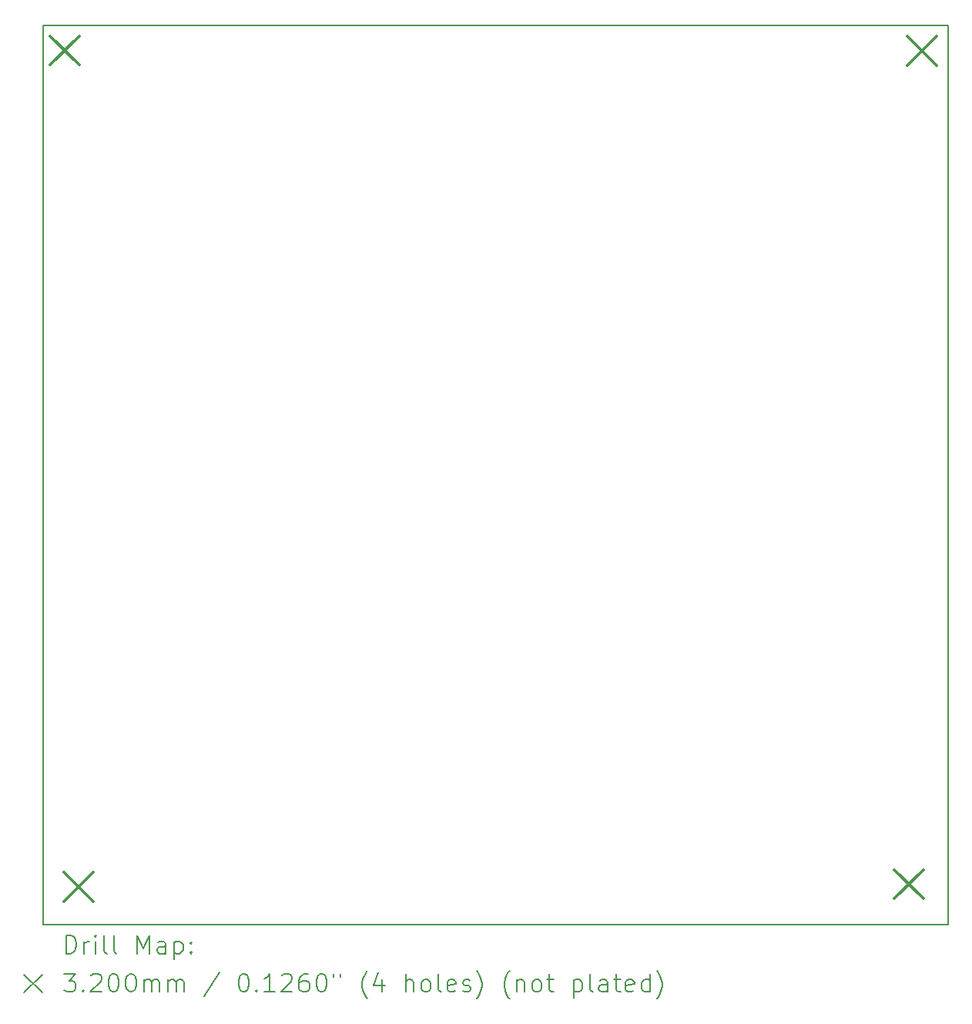
<source format=gbr>
%TF.GenerationSoftware,KiCad,Pcbnew,9.0.5*%
%TF.CreationDate,2025-12-14T12:46:48+10:00*%
%TF.ProjectId,Jet Ranger Upper Controller,4a657420-5261-46e6-9765-722055707065,rev?*%
%TF.SameCoordinates,Original*%
%TF.FileFunction,Drillmap*%
%TF.FilePolarity,Positive*%
%FSLAX45Y45*%
G04 Gerber Fmt 4.5, Leading zero omitted, Abs format (unit mm)*
G04 Created by KiCad (PCBNEW 9.0.5) date 2025-12-14 12:46:48*
%MOMM*%
%LPD*%
G01*
G04 APERTURE LIST*
%ADD10C,0.200000*%
%ADD11C,0.320000*%
G04 APERTURE END LIST*
D10*
X2996400Y-3621640D02*
X12946400Y-3621640D01*
X12946400Y-13501640D01*
X2996400Y-13501640D01*
X2996400Y-3621640D01*
D11*
X3070000Y-3740000D02*
X3390000Y-4060000D01*
X3390000Y-3740000D02*
X3070000Y-4060000D01*
X3225180Y-12932950D02*
X3545180Y-13252950D01*
X3545180Y-12932950D02*
X3225180Y-13252950D01*
X12350100Y-12901220D02*
X12670100Y-13221220D01*
X12670100Y-12901220D02*
X12350100Y-13221220D01*
X12498980Y-3743210D02*
X12818980Y-4063210D01*
X12818980Y-3743210D02*
X12498980Y-4063210D01*
D10*
X3247177Y-13823124D02*
X3247177Y-13623124D01*
X3247177Y-13623124D02*
X3294796Y-13623124D01*
X3294796Y-13623124D02*
X3323367Y-13632648D01*
X3323367Y-13632648D02*
X3342415Y-13651695D01*
X3342415Y-13651695D02*
X3351939Y-13670743D01*
X3351939Y-13670743D02*
X3361462Y-13708838D01*
X3361462Y-13708838D02*
X3361462Y-13737409D01*
X3361462Y-13737409D02*
X3351939Y-13775505D01*
X3351939Y-13775505D02*
X3342415Y-13794552D01*
X3342415Y-13794552D02*
X3323367Y-13813600D01*
X3323367Y-13813600D02*
X3294796Y-13823124D01*
X3294796Y-13823124D02*
X3247177Y-13823124D01*
X3447177Y-13823124D02*
X3447177Y-13689790D01*
X3447177Y-13727886D02*
X3456701Y-13708838D01*
X3456701Y-13708838D02*
X3466224Y-13699314D01*
X3466224Y-13699314D02*
X3485272Y-13689790D01*
X3485272Y-13689790D02*
X3504320Y-13689790D01*
X3570986Y-13823124D02*
X3570986Y-13689790D01*
X3570986Y-13623124D02*
X3561462Y-13632648D01*
X3561462Y-13632648D02*
X3570986Y-13642171D01*
X3570986Y-13642171D02*
X3580510Y-13632648D01*
X3580510Y-13632648D02*
X3570986Y-13623124D01*
X3570986Y-13623124D02*
X3570986Y-13642171D01*
X3694796Y-13823124D02*
X3675748Y-13813600D01*
X3675748Y-13813600D02*
X3666224Y-13794552D01*
X3666224Y-13794552D02*
X3666224Y-13623124D01*
X3799558Y-13823124D02*
X3780510Y-13813600D01*
X3780510Y-13813600D02*
X3770986Y-13794552D01*
X3770986Y-13794552D02*
X3770986Y-13623124D01*
X4028129Y-13823124D02*
X4028129Y-13623124D01*
X4028129Y-13623124D02*
X4094796Y-13765981D01*
X4094796Y-13765981D02*
X4161462Y-13623124D01*
X4161462Y-13623124D02*
X4161462Y-13823124D01*
X4342415Y-13823124D02*
X4342415Y-13718362D01*
X4342415Y-13718362D02*
X4332891Y-13699314D01*
X4332891Y-13699314D02*
X4313844Y-13689790D01*
X4313844Y-13689790D02*
X4275748Y-13689790D01*
X4275748Y-13689790D02*
X4256701Y-13699314D01*
X4342415Y-13813600D02*
X4323367Y-13823124D01*
X4323367Y-13823124D02*
X4275748Y-13823124D01*
X4275748Y-13823124D02*
X4256701Y-13813600D01*
X4256701Y-13813600D02*
X4247177Y-13794552D01*
X4247177Y-13794552D02*
X4247177Y-13775505D01*
X4247177Y-13775505D02*
X4256701Y-13756457D01*
X4256701Y-13756457D02*
X4275748Y-13746933D01*
X4275748Y-13746933D02*
X4323367Y-13746933D01*
X4323367Y-13746933D02*
X4342415Y-13737409D01*
X4437653Y-13689790D02*
X4437653Y-13889790D01*
X4437653Y-13699314D02*
X4456701Y-13689790D01*
X4456701Y-13689790D02*
X4494796Y-13689790D01*
X4494796Y-13689790D02*
X4513844Y-13699314D01*
X4513844Y-13699314D02*
X4523367Y-13708838D01*
X4523367Y-13708838D02*
X4532891Y-13727886D01*
X4532891Y-13727886D02*
X4532891Y-13785028D01*
X4532891Y-13785028D02*
X4523367Y-13804076D01*
X4523367Y-13804076D02*
X4513844Y-13813600D01*
X4513844Y-13813600D02*
X4494796Y-13823124D01*
X4494796Y-13823124D02*
X4456701Y-13823124D01*
X4456701Y-13823124D02*
X4437653Y-13813600D01*
X4618605Y-13804076D02*
X4628129Y-13813600D01*
X4628129Y-13813600D02*
X4618605Y-13823124D01*
X4618605Y-13823124D02*
X4609082Y-13813600D01*
X4609082Y-13813600D02*
X4618605Y-13804076D01*
X4618605Y-13804076D02*
X4618605Y-13823124D01*
X4618605Y-13699314D02*
X4628129Y-13708838D01*
X4628129Y-13708838D02*
X4618605Y-13718362D01*
X4618605Y-13718362D02*
X4609082Y-13708838D01*
X4609082Y-13708838D02*
X4618605Y-13699314D01*
X4618605Y-13699314D02*
X4618605Y-13718362D01*
X2786400Y-14051640D02*
X2986400Y-14251640D01*
X2986400Y-14051640D02*
X2786400Y-14251640D01*
X3228129Y-14043124D02*
X3351939Y-14043124D01*
X3351939Y-14043124D02*
X3285272Y-14119314D01*
X3285272Y-14119314D02*
X3313843Y-14119314D01*
X3313843Y-14119314D02*
X3332891Y-14128838D01*
X3332891Y-14128838D02*
X3342415Y-14138362D01*
X3342415Y-14138362D02*
X3351939Y-14157409D01*
X3351939Y-14157409D02*
X3351939Y-14205028D01*
X3351939Y-14205028D02*
X3342415Y-14224076D01*
X3342415Y-14224076D02*
X3332891Y-14233600D01*
X3332891Y-14233600D02*
X3313843Y-14243124D01*
X3313843Y-14243124D02*
X3256701Y-14243124D01*
X3256701Y-14243124D02*
X3237653Y-14233600D01*
X3237653Y-14233600D02*
X3228129Y-14224076D01*
X3437653Y-14224076D02*
X3447177Y-14233600D01*
X3447177Y-14233600D02*
X3437653Y-14243124D01*
X3437653Y-14243124D02*
X3428129Y-14233600D01*
X3428129Y-14233600D02*
X3437653Y-14224076D01*
X3437653Y-14224076D02*
X3437653Y-14243124D01*
X3523367Y-14062171D02*
X3532891Y-14052648D01*
X3532891Y-14052648D02*
X3551939Y-14043124D01*
X3551939Y-14043124D02*
X3599558Y-14043124D01*
X3599558Y-14043124D02*
X3618605Y-14052648D01*
X3618605Y-14052648D02*
X3628129Y-14062171D01*
X3628129Y-14062171D02*
X3637653Y-14081219D01*
X3637653Y-14081219D02*
X3637653Y-14100267D01*
X3637653Y-14100267D02*
X3628129Y-14128838D01*
X3628129Y-14128838D02*
X3513843Y-14243124D01*
X3513843Y-14243124D02*
X3637653Y-14243124D01*
X3761462Y-14043124D02*
X3780510Y-14043124D01*
X3780510Y-14043124D02*
X3799558Y-14052648D01*
X3799558Y-14052648D02*
X3809082Y-14062171D01*
X3809082Y-14062171D02*
X3818605Y-14081219D01*
X3818605Y-14081219D02*
X3828129Y-14119314D01*
X3828129Y-14119314D02*
X3828129Y-14166933D01*
X3828129Y-14166933D02*
X3818605Y-14205028D01*
X3818605Y-14205028D02*
X3809082Y-14224076D01*
X3809082Y-14224076D02*
X3799558Y-14233600D01*
X3799558Y-14233600D02*
X3780510Y-14243124D01*
X3780510Y-14243124D02*
X3761462Y-14243124D01*
X3761462Y-14243124D02*
X3742415Y-14233600D01*
X3742415Y-14233600D02*
X3732891Y-14224076D01*
X3732891Y-14224076D02*
X3723367Y-14205028D01*
X3723367Y-14205028D02*
X3713843Y-14166933D01*
X3713843Y-14166933D02*
X3713843Y-14119314D01*
X3713843Y-14119314D02*
X3723367Y-14081219D01*
X3723367Y-14081219D02*
X3732891Y-14062171D01*
X3732891Y-14062171D02*
X3742415Y-14052648D01*
X3742415Y-14052648D02*
X3761462Y-14043124D01*
X3951939Y-14043124D02*
X3970986Y-14043124D01*
X3970986Y-14043124D02*
X3990034Y-14052648D01*
X3990034Y-14052648D02*
X3999558Y-14062171D01*
X3999558Y-14062171D02*
X4009082Y-14081219D01*
X4009082Y-14081219D02*
X4018605Y-14119314D01*
X4018605Y-14119314D02*
X4018605Y-14166933D01*
X4018605Y-14166933D02*
X4009082Y-14205028D01*
X4009082Y-14205028D02*
X3999558Y-14224076D01*
X3999558Y-14224076D02*
X3990034Y-14233600D01*
X3990034Y-14233600D02*
X3970986Y-14243124D01*
X3970986Y-14243124D02*
X3951939Y-14243124D01*
X3951939Y-14243124D02*
X3932891Y-14233600D01*
X3932891Y-14233600D02*
X3923367Y-14224076D01*
X3923367Y-14224076D02*
X3913843Y-14205028D01*
X3913843Y-14205028D02*
X3904320Y-14166933D01*
X3904320Y-14166933D02*
X3904320Y-14119314D01*
X3904320Y-14119314D02*
X3913843Y-14081219D01*
X3913843Y-14081219D02*
X3923367Y-14062171D01*
X3923367Y-14062171D02*
X3932891Y-14052648D01*
X3932891Y-14052648D02*
X3951939Y-14043124D01*
X4104320Y-14243124D02*
X4104320Y-14109790D01*
X4104320Y-14128838D02*
X4113843Y-14119314D01*
X4113843Y-14119314D02*
X4132891Y-14109790D01*
X4132891Y-14109790D02*
X4161463Y-14109790D01*
X4161463Y-14109790D02*
X4180510Y-14119314D01*
X4180510Y-14119314D02*
X4190034Y-14138362D01*
X4190034Y-14138362D02*
X4190034Y-14243124D01*
X4190034Y-14138362D02*
X4199558Y-14119314D01*
X4199558Y-14119314D02*
X4218605Y-14109790D01*
X4218605Y-14109790D02*
X4247177Y-14109790D01*
X4247177Y-14109790D02*
X4266225Y-14119314D01*
X4266225Y-14119314D02*
X4275748Y-14138362D01*
X4275748Y-14138362D02*
X4275748Y-14243124D01*
X4370986Y-14243124D02*
X4370986Y-14109790D01*
X4370986Y-14128838D02*
X4380510Y-14119314D01*
X4380510Y-14119314D02*
X4399558Y-14109790D01*
X4399558Y-14109790D02*
X4428129Y-14109790D01*
X4428129Y-14109790D02*
X4447177Y-14119314D01*
X4447177Y-14119314D02*
X4456701Y-14138362D01*
X4456701Y-14138362D02*
X4456701Y-14243124D01*
X4456701Y-14138362D02*
X4466225Y-14119314D01*
X4466225Y-14119314D02*
X4485272Y-14109790D01*
X4485272Y-14109790D02*
X4513844Y-14109790D01*
X4513844Y-14109790D02*
X4532891Y-14119314D01*
X4532891Y-14119314D02*
X4542415Y-14138362D01*
X4542415Y-14138362D02*
X4542415Y-14243124D01*
X4932891Y-14033600D02*
X4761463Y-14290743D01*
X5190034Y-14043124D02*
X5209082Y-14043124D01*
X5209082Y-14043124D02*
X5228129Y-14052648D01*
X5228129Y-14052648D02*
X5237653Y-14062171D01*
X5237653Y-14062171D02*
X5247177Y-14081219D01*
X5247177Y-14081219D02*
X5256701Y-14119314D01*
X5256701Y-14119314D02*
X5256701Y-14166933D01*
X5256701Y-14166933D02*
X5247177Y-14205028D01*
X5247177Y-14205028D02*
X5237653Y-14224076D01*
X5237653Y-14224076D02*
X5228129Y-14233600D01*
X5228129Y-14233600D02*
X5209082Y-14243124D01*
X5209082Y-14243124D02*
X5190034Y-14243124D01*
X5190034Y-14243124D02*
X5170987Y-14233600D01*
X5170987Y-14233600D02*
X5161463Y-14224076D01*
X5161463Y-14224076D02*
X5151939Y-14205028D01*
X5151939Y-14205028D02*
X5142415Y-14166933D01*
X5142415Y-14166933D02*
X5142415Y-14119314D01*
X5142415Y-14119314D02*
X5151939Y-14081219D01*
X5151939Y-14081219D02*
X5161463Y-14062171D01*
X5161463Y-14062171D02*
X5170987Y-14052648D01*
X5170987Y-14052648D02*
X5190034Y-14043124D01*
X5342415Y-14224076D02*
X5351939Y-14233600D01*
X5351939Y-14233600D02*
X5342415Y-14243124D01*
X5342415Y-14243124D02*
X5332891Y-14233600D01*
X5332891Y-14233600D02*
X5342415Y-14224076D01*
X5342415Y-14224076D02*
X5342415Y-14243124D01*
X5542415Y-14243124D02*
X5428129Y-14243124D01*
X5485272Y-14243124D02*
X5485272Y-14043124D01*
X5485272Y-14043124D02*
X5466225Y-14071695D01*
X5466225Y-14071695D02*
X5447177Y-14090743D01*
X5447177Y-14090743D02*
X5428129Y-14100267D01*
X5618606Y-14062171D02*
X5628129Y-14052648D01*
X5628129Y-14052648D02*
X5647177Y-14043124D01*
X5647177Y-14043124D02*
X5694796Y-14043124D01*
X5694796Y-14043124D02*
X5713844Y-14052648D01*
X5713844Y-14052648D02*
X5723367Y-14062171D01*
X5723367Y-14062171D02*
X5732891Y-14081219D01*
X5732891Y-14081219D02*
X5732891Y-14100267D01*
X5732891Y-14100267D02*
X5723367Y-14128838D01*
X5723367Y-14128838D02*
X5609082Y-14243124D01*
X5609082Y-14243124D02*
X5732891Y-14243124D01*
X5904320Y-14043124D02*
X5866225Y-14043124D01*
X5866225Y-14043124D02*
X5847177Y-14052648D01*
X5847177Y-14052648D02*
X5837653Y-14062171D01*
X5837653Y-14062171D02*
X5818606Y-14090743D01*
X5818606Y-14090743D02*
X5809082Y-14128838D01*
X5809082Y-14128838D02*
X5809082Y-14205028D01*
X5809082Y-14205028D02*
X5818606Y-14224076D01*
X5818606Y-14224076D02*
X5828129Y-14233600D01*
X5828129Y-14233600D02*
X5847177Y-14243124D01*
X5847177Y-14243124D02*
X5885272Y-14243124D01*
X5885272Y-14243124D02*
X5904320Y-14233600D01*
X5904320Y-14233600D02*
X5913844Y-14224076D01*
X5913844Y-14224076D02*
X5923367Y-14205028D01*
X5923367Y-14205028D02*
X5923367Y-14157409D01*
X5923367Y-14157409D02*
X5913844Y-14138362D01*
X5913844Y-14138362D02*
X5904320Y-14128838D01*
X5904320Y-14128838D02*
X5885272Y-14119314D01*
X5885272Y-14119314D02*
X5847177Y-14119314D01*
X5847177Y-14119314D02*
X5828129Y-14128838D01*
X5828129Y-14128838D02*
X5818606Y-14138362D01*
X5818606Y-14138362D02*
X5809082Y-14157409D01*
X6047177Y-14043124D02*
X6066225Y-14043124D01*
X6066225Y-14043124D02*
X6085272Y-14052648D01*
X6085272Y-14052648D02*
X6094796Y-14062171D01*
X6094796Y-14062171D02*
X6104320Y-14081219D01*
X6104320Y-14081219D02*
X6113844Y-14119314D01*
X6113844Y-14119314D02*
X6113844Y-14166933D01*
X6113844Y-14166933D02*
X6104320Y-14205028D01*
X6104320Y-14205028D02*
X6094796Y-14224076D01*
X6094796Y-14224076D02*
X6085272Y-14233600D01*
X6085272Y-14233600D02*
X6066225Y-14243124D01*
X6066225Y-14243124D02*
X6047177Y-14243124D01*
X6047177Y-14243124D02*
X6028129Y-14233600D01*
X6028129Y-14233600D02*
X6018606Y-14224076D01*
X6018606Y-14224076D02*
X6009082Y-14205028D01*
X6009082Y-14205028D02*
X5999558Y-14166933D01*
X5999558Y-14166933D02*
X5999558Y-14119314D01*
X5999558Y-14119314D02*
X6009082Y-14081219D01*
X6009082Y-14081219D02*
X6018606Y-14062171D01*
X6018606Y-14062171D02*
X6028129Y-14052648D01*
X6028129Y-14052648D02*
X6047177Y-14043124D01*
X6190034Y-14043124D02*
X6190034Y-14081219D01*
X6266225Y-14043124D02*
X6266225Y-14081219D01*
X6561463Y-14319314D02*
X6551939Y-14309790D01*
X6551939Y-14309790D02*
X6532891Y-14281219D01*
X6532891Y-14281219D02*
X6523368Y-14262171D01*
X6523368Y-14262171D02*
X6513844Y-14233600D01*
X6513844Y-14233600D02*
X6504320Y-14185981D01*
X6504320Y-14185981D02*
X6504320Y-14147886D01*
X6504320Y-14147886D02*
X6513844Y-14100267D01*
X6513844Y-14100267D02*
X6523368Y-14071695D01*
X6523368Y-14071695D02*
X6532891Y-14052648D01*
X6532891Y-14052648D02*
X6551939Y-14024076D01*
X6551939Y-14024076D02*
X6561463Y-14014552D01*
X6723368Y-14109790D02*
X6723368Y-14243124D01*
X6675748Y-14033600D02*
X6628129Y-14176457D01*
X6628129Y-14176457D02*
X6751939Y-14176457D01*
X6980510Y-14243124D02*
X6980510Y-14043124D01*
X7066225Y-14243124D02*
X7066225Y-14138362D01*
X7066225Y-14138362D02*
X7056701Y-14119314D01*
X7056701Y-14119314D02*
X7037653Y-14109790D01*
X7037653Y-14109790D02*
X7009082Y-14109790D01*
X7009082Y-14109790D02*
X6990034Y-14119314D01*
X6990034Y-14119314D02*
X6980510Y-14128838D01*
X7190034Y-14243124D02*
X7170987Y-14233600D01*
X7170987Y-14233600D02*
X7161463Y-14224076D01*
X7161463Y-14224076D02*
X7151939Y-14205028D01*
X7151939Y-14205028D02*
X7151939Y-14147886D01*
X7151939Y-14147886D02*
X7161463Y-14128838D01*
X7161463Y-14128838D02*
X7170987Y-14119314D01*
X7170987Y-14119314D02*
X7190034Y-14109790D01*
X7190034Y-14109790D02*
X7218606Y-14109790D01*
X7218606Y-14109790D02*
X7237653Y-14119314D01*
X7237653Y-14119314D02*
X7247177Y-14128838D01*
X7247177Y-14128838D02*
X7256701Y-14147886D01*
X7256701Y-14147886D02*
X7256701Y-14205028D01*
X7256701Y-14205028D02*
X7247177Y-14224076D01*
X7247177Y-14224076D02*
X7237653Y-14233600D01*
X7237653Y-14233600D02*
X7218606Y-14243124D01*
X7218606Y-14243124D02*
X7190034Y-14243124D01*
X7370987Y-14243124D02*
X7351939Y-14233600D01*
X7351939Y-14233600D02*
X7342415Y-14214552D01*
X7342415Y-14214552D02*
X7342415Y-14043124D01*
X7523368Y-14233600D02*
X7504320Y-14243124D01*
X7504320Y-14243124D02*
X7466225Y-14243124D01*
X7466225Y-14243124D02*
X7447177Y-14233600D01*
X7447177Y-14233600D02*
X7437653Y-14214552D01*
X7437653Y-14214552D02*
X7437653Y-14138362D01*
X7437653Y-14138362D02*
X7447177Y-14119314D01*
X7447177Y-14119314D02*
X7466225Y-14109790D01*
X7466225Y-14109790D02*
X7504320Y-14109790D01*
X7504320Y-14109790D02*
X7523368Y-14119314D01*
X7523368Y-14119314D02*
X7532891Y-14138362D01*
X7532891Y-14138362D02*
X7532891Y-14157409D01*
X7532891Y-14157409D02*
X7437653Y-14176457D01*
X7609082Y-14233600D02*
X7628130Y-14243124D01*
X7628130Y-14243124D02*
X7666225Y-14243124D01*
X7666225Y-14243124D02*
X7685272Y-14233600D01*
X7685272Y-14233600D02*
X7694796Y-14214552D01*
X7694796Y-14214552D02*
X7694796Y-14205028D01*
X7694796Y-14205028D02*
X7685272Y-14185981D01*
X7685272Y-14185981D02*
X7666225Y-14176457D01*
X7666225Y-14176457D02*
X7637653Y-14176457D01*
X7637653Y-14176457D02*
X7618606Y-14166933D01*
X7618606Y-14166933D02*
X7609082Y-14147886D01*
X7609082Y-14147886D02*
X7609082Y-14138362D01*
X7609082Y-14138362D02*
X7618606Y-14119314D01*
X7618606Y-14119314D02*
X7637653Y-14109790D01*
X7637653Y-14109790D02*
X7666225Y-14109790D01*
X7666225Y-14109790D02*
X7685272Y-14119314D01*
X7761463Y-14319314D02*
X7770987Y-14309790D01*
X7770987Y-14309790D02*
X7790034Y-14281219D01*
X7790034Y-14281219D02*
X7799558Y-14262171D01*
X7799558Y-14262171D02*
X7809082Y-14233600D01*
X7809082Y-14233600D02*
X7818606Y-14185981D01*
X7818606Y-14185981D02*
X7818606Y-14147886D01*
X7818606Y-14147886D02*
X7809082Y-14100267D01*
X7809082Y-14100267D02*
X7799558Y-14071695D01*
X7799558Y-14071695D02*
X7790034Y-14052648D01*
X7790034Y-14052648D02*
X7770987Y-14024076D01*
X7770987Y-14024076D02*
X7761463Y-14014552D01*
X8123368Y-14319314D02*
X8113844Y-14309790D01*
X8113844Y-14309790D02*
X8094796Y-14281219D01*
X8094796Y-14281219D02*
X8085272Y-14262171D01*
X8085272Y-14262171D02*
X8075749Y-14233600D01*
X8075749Y-14233600D02*
X8066225Y-14185981D01*
X8066225Y-14185981D02*
X8066225Y-14147886D01*
X8066225Y-14147886D02*
X8075749Y-14100267D01*
X8075749Y-14100267D02*
X8085272Y-14071695D01*
X8085272Y-14071695D02*
X8094796Y-14052648D01*
X8094796Y-14052648D02*
X8113844Y-14024076D01*
X8113844Y-14024076D02*
X8123368Y-14014552D01*
X8199558Y-14109790D02*
X8199558Y-14243124D01*
X8199558Y-14128838D02*
X8209082Y-14119314D01*
X8209082Y-14119314D02*
X8228130Y-14109790D01*
X8228130Y-14109790D02*
X8256701Y-14109790D01*
X8256701Y-14109790D02*
X8275749Y-14119314D01*
X8275749Y-14119314D02*
X8285272Y-14138362D01*
X8285272Y-14138362D02*
X8285272Y-14243124D01*
X8409082Y-14243124D02*
X8390034Y-14233600D01*
X8390034Y-14233600D02*
X8380511Y-14224076D01*
X8380511Y-14224076D02*
X8370987Y-14205028D01*
X8370987Y-14205028D02*
X8370987Y-14147886D01*
X8370987Y-14147886D02*
X8380511Y-14128838D01*
X8380511Y-14128838D02*
X8390034Y-14119314D01*
X8390034Y-14119314D02*
X8409082Y-14109790D01*
X8409082Y-14109790D02*
X8437654Y-14109790D01*
X8437654Y-14109790D02*
X8456701Y-14119314D01*
X8456701Y-14119314D02*
X8466225Y-14128838D01*
X8466225Y-14128838D02*
X8475749Y-14147886D01*
X8475749Y-14147886D02*
X8475749Y-14205028D01*
X8475749Y-14205028D02*
X8466225Y-14224076D01*
X8466225Y-14224076D02*
X8456701Y-14233600D01*
X8456701Y-14233600D02*
X8437654Y-14243124D01*
X8437654Y-14243124D02*
X8409082Y-14243124D01*
X8532892Y-14109790D02*
X8609082Y-14109790D01*
X8561463Y-14043124D02*
X8561463Y-14214552D01*
X8561463Y-14214552D02*
X8570987Y-14233600D01*
X8570987Y-14233600D02*
X8590034Y-14243124D01*
X8590034Y-14243124D02*
X8609082Y-14243124D01*
X8828130Y-14109790D02*
X8828130Y-14309790D01*
X8828130Y-14119314D02*
X8847177Y-14109790D01*
X8847177Y-14109790D02*
X8885273Y-14109790D01*
X8885273Y-14109790D02*
X8904320Y-14119314D01*
X8904320Y-14119314D02*
X8913844Y-14128838D01*
X8913844Y-14128838D02*
X8923368Y-14147886D01*
X8923368Y-14147886D02*
X8923368Y-14205028D01*
X8923368Y-14205028D02*
X8913844Y-14224076D01*
X8913844Y-14224076D02*
X8904320Y-14233600D01*
X8904320Y-14233600D02*
X8885273Y-14243124D01*
X8885273Y-14243124D02*
X8847177Y-14243124D01*
X8847177Y-14243124D02*
X8828130Y-14233600D01*
X9037654Y-14243124D02*
X9018606Y-14233600D01*
X9018606Y-14233600D02*
X9009082Y-14214552D01*
X9009082Y-14214552D02*
X9009082Y-14043124D01*
X9199558Y-14243124D02*
X9199558Y-14138362D01*
X9199558Y-14138362D02*
X9190035Y-14119314D01*
X9190035Y-14119314D02*
X9170987Y-14109790D01*
X9170987Y-14109790D02*
X9132892Y-14109790D01*
X9132892Y-14109790D02*
X9113844Y-14119314D01*
X9199558Y-14233600D02*
X9180511Y-14243124D01*
X9180511Y-14243124D02*
X9132892Y-14243124D01*
X9132892Y-14243124D02*
X9113844Y-14233600D01*
X9113844Y-14233600D02*
X9104320Y-14214552D01*
X9104320Y-14214552D02*
X9104320Y-14195505D01*
X9104320Y-14195505D02*
X9113844Y-14176457D01*
X9113844Y-14176457D02*
X9132892Y-14166933D01*
X9132892Y-14166933D02*
X9180511Y-14166933D01*
X9180511Y-14166933D02*
X9199558Y-14157409D01*
X9266225Y-14109790D02*
X9342415Y-14109790D01*
X9294796Y-14043124D02*
X9294796Y-14214552D01*
X9294796Y-14214552D02*
X9304320Y-14233600D01*
X9304320Y-14233600D02*
X9323368Y-14243124D01*
X9323368Y-14243124D02*
X9342415Y-14243124D01*
X9485273Y-14233600D02*
X9466225Y-14243124D01*
X9466225Y-14243124D02*
X9428130Y-14243124D01*
X9428130Y-14243124D02*
X9409082Y-14233600D01*
X9409082Y-14233600D02*
X9399558Y-14214552D01*
X9399558Y-14214552D02*
X9399558Y-14138362D01*
X9399558Y-14138362D02*
X9409082Y-14119314D01*
X9409082Y-14119314D02*
X9428130Y-14109790D01*
X9428130Y-14109790D02*
X9466225Y-14109790D01*
X9466225Y-14109790D02*
X9485273Y-14119314D01*
X9485273Y-14119314D02*
X9494796Y-14138362D01*
X9494796Y-14138362D02*
X9494796Y-14157409D01*
X9494796Y-14157409D02*
X9399558Y-14176457D01*
X9666225Y-14243124D02*
X9666225Y-14043124D01*
X9666225Y-14233600D02*
X9647177Y-14243124D01*
X9647177Y-14243124D02*
X9609082Y-14243124D01*
X9609082Y-14243124D02*
X9590035Y-14233600D01*
X9590035Y-14233600D02*
X9580511Y-14224076D01*
X9580511Y-14224076D02*
X9570987Y-14205028D01*
X9570987Y-14205028D02*
X9570987Y-14147886D01*
X9570987Y-14147886D02*
X9580511Y-14128838D01*
X9580511Y-14128838D02*
X9590035Y-14119314D01*
X9590035Y-14119314D02*
X9609082Y-14109790D01*
X9609082Y-14109790D02*
X9647177Y-14109790D01*
X9647177Y-14109790D02*
X9666225Y-14119314D01*
X9742416Y-14319314D02*
X9751939Y-14309790D01*
X9751939Y-14309790D02*
X9770987Y-14281219D01*
X9770987Y-14281219D02*
X9780511Y-14262171D01*
X9780511Y-14262171D02*
X9790035Y-14233600D01*
X9790035Y-14233600D02*
X9799558Y-14185981D01*
X9799558Y-14185981D02*
X9799558Y-14147886D01*
X9799558Y-14147886D02*
X9790035Y-14100267D01*
X9790035Y-14100267D02*
X9780511Y-14071695D01*
X9780511Y-14071695D02*
X9770987Y-14052648D01*
X9770987Y-14052648D02*
X9751939Y-14024076D01*
X9751939Y-14024076D02*
X9742416Y-14014552D01*
M02*

</source>
